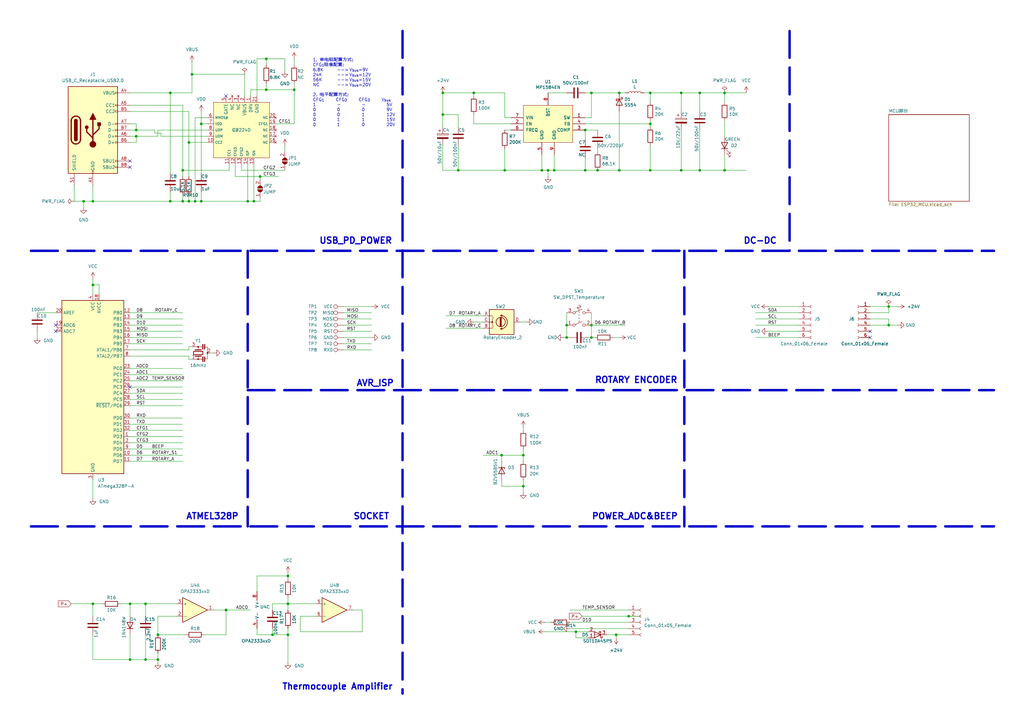
<source format=kicad_sch>
(kicad_sch (version 20211123) (generator eeschema)
  (paper "A3")
  (title_block (title "SoleringStation") (date "2022-07-11") (company "TurboStudio") (comment 1 "https://turbostudio.xyz") (comment 2 "made by cubeline"))
  (junction (at 242.57 138.43))
  (junction (at 287.02 38.1))
  (junction (at 181.61 38.1))
  (junction (at 222.25 69.85))
  (junction (at 38.1 82.55))
  (junction (at 254 38.1))
  (junction (at 53.34 247.65))
  (junction (at 297.18 38.1))
  (junction (at 34.29 82.55))
  (junction (at 240.03 69.85))
  (junction (at 364.49 125.73))
  (junction (at 64.77 260.35))
  (junction (at 53.34 270.51))
  (junction (at 109.22 24.13))
  (junction (at 74.93 69.85))
  (junction (at 118.11 236.22))
  (junction (at 55.88 53.34))
  (junction (at 77.47 58.42))
  (junction (at 80.01 82.55))
  (junction (at 279.4 38.1))
  (junction (at 227.33 69.85))
  (junction (at 194.31 38.1))
  (junction (at 266.7 38.1))
  (junction (at 224.79 69.85))
  (junction (at 242.57 133.35))
  (junction (at 69.85 82.55))
  (junction (at 214.63 199.39))
  (junction (at 364.49 133.35))
  (junction (at 297.18 69.85))
  (junction (at 77.47 82.55))
  (junction (at 257.81 252.73))
  (junction (at 181.61 46.99))
  (junction (at 82.55 50.8))
  (junction (at 232.41 133.35))
  (junction (at 214.63 186.69))
  (junction (at 118.11 260.35))
  (junction (at 74.93 82.55))
  (junction (at 109.22 36.83))
  (junction (at 55.88 55.88))
  (junction (at 232.41 138.43))
  (junction (at 242.57 38.1))
  (junction (at 106.68 72.39))
  (junction (at 111.76 260.35))
  (junction (at 59.69 247.65))
  (junction (at 287.02 69.85))
  (junction (at 118.11 247.65))
  (junction (at 69.85 38.1))
  (junction (at 38.1 116.84))
  (junction (at 92.71 250.19))
  (junction (at 240.03 53.34))
  (junction (at 78.74 30.48))
  (junction (at 120.65 36.83))
  (junction (at 64.77 270.51))
  (junction (at 279.4 69.85))
  (junction (at 38.1 247.65))
  (junction (at 104.14 82.55))
  (junction (at 205.74 186.69))
  (junction (at 187.96 69.85))
  (junction (at 82.55 82.55))
  (junction (at 252.73 260.35))
  (junction (at 266.7 69.85))
  (junction (at 59.69 270.51))
  (junction (at 101.6 82.55))
  (junction (at 236.22 259.08))
  (junction (at 245.11 69.85))
  (junction (at 266.7 50.8))
  (junction (at 207.01 69.85))
  (junction (at 254 69.85))
  (no_connect (at 53.34 158.75))
  (no_connect (at 356.87 135.89))
  (no_connect (at 356.87 138.43))
  (no_connect (at 53.34 66.04))
  (no_connect (at 53.34 68.58))
  (no_connect (at 22.86 133.35))
  (no_connect (at 22.86 135.89))
  (no_connect (at 92.71 39.37))
  (wire (pts (xy 364.49 125.73) (xy 368.3 125.73)))
  (wire (pts (xy 297.18 38.1) (xy 306.07 38.1)))
  (wire (pts (xy 116.84 24.13) (xy 116.84 29.21)))
  (wire (pts (xy 181.61 38.1) (xy 194.31 38.1)))
  (wire (pts (xy 240.03 48.26) (xy 242.57 48.26)))
  (wire (pts (xy 123.19 252.73) (xy 129.54 252.73)))
  (wire (pts (xy 240.03 53.34) (xy 240.03 57.15)))
  (wire (pts (xy 86.36 144.78) (xy 87.63 144.78)))
  (wire (pts (xy 194.31 50.8) (xy 209.55 50.8)))
  (wire (pts (xy 53.34 153.67) (xy 74.93 153.67)))
  (wire (pts (xy 364.49 133.35) (xy 368.3 133.35)))
  (wire (pts (xy 109.22 36.83) (xy 120.65 36.83)))
  (wire (pts (xy 99.06 69.85) (xy 116.84 69.85)))
  (wire (pts (xy 53.34 163.83) (xy 74.93 163.83)))
  (wire (pts (xy 55.88 55.88) (xy 64.77 55.88)))
  (wire (pts (xy 242.57 38.1) (xy 254 38.1)))
  (wire (pts (xy 245.11 60.96) (xy 245.11 62.23)))
  (wire (pts (xy 109.22 24.13) (xy 116.84 24.13)))
  (wire (pts (xy 233.68 138.43) (xy 232.41 138.43)))
  (wire (pts (xy 53.34 135.89) (xy 74.93 135.89)))
  (wire (pts (xy 53.34 58.42) (xy 55.88 58.42)))
  (wire (pts (xy 111.76 257.81) (xy 111.76 260.35)))
  (wire (pts (xy 223.52 259.08) (xy 236.22 259.08)))
  (wire (pts (xy 205.74 186.69) (xy 214.63 186.69)))
  (wire (pts (xy 227.33 63.5) (xy 227.33 69.85)))
  (wire (pts (xy 181.61 59.69) (xy 181.61 69.85)))
  (wire (pts (xy 63.5 54.61) (xy 66.04 54.61)))
  (wire (pts (xy 77.47 80.01) (xy 77.47 82.55)))
  (wire (pts (xy 252.73 260.35) (xy 257.81 260.35)))
  (wire (pts (xy 53.34 166.37) (xy 74.93 166.37)))
  (wire (pts (xy 38.1 196.85) (xy 38.1 204.47)))
  (polyline (pts (xy 323.85 12.7) (xy 323.85 102.87)) (stroke (width 1)))
  (wire (pts (xy 181.61 69.85) (xy 187.96 69.85)))
  (wire (pts (xy 194.31 38.1) (xy 207.01 38.1)))
  (wire (pts (xy 59.69 270.51) (xy 64.77 270.51)))
  (wire (pts (xy 55.88 55.88) (xy 55.88 58.42)))
  (wire (pts (xy 85.09 50.8) (xy 82.55 50.8)))
  (wire (pts (xy 29.21 247.65) (xy 38.1 247.65)))
  (wire (pts (xy 224.79 38.1) (xy 232.41 38.1)))
  (wire (pts (xy 92.71 250.19) (xy 102.87 250.19)))
  (wire (pts (xy 82.55 45.72) (xy 82.55 50.8)))
  (wire (pts (xy 213.36 132.08) (xy 215.9 132.08)))
  (wire (pts (xy 364.49 128.27) (xy 364.49 125.73)))
  (wire (pts (xy 53.34 184.15) (xy 74.93 184.15)))
  (wire (pts (xy 109.22 24.13) (xy 109.22 26.67)))
  (wire (pts (xy 187.96 59.69) (xy 187.96 69.85)))
  (wire (pts (xy 53.34 270.51) (xy 59.69 270.51)))
  (wire (pts (xy 104.14 67.31) (xy 104.14 82.55)))
  (wire (pts (xy 53.34 146.05) (xy 77.47 146.05)))
  (wire (pts (xy 105.41 257.81) (xy 105.41 260.35)))
  (wire (pts (xy 118.11 247.65) (xy 129.54 247.65)))
  (wire (pts (xy 297.18 41.91) (xy 297.18 38.1)))
  (polyline (pts (xy 280.67 102.87) (xy 280.67 215.9)) (stroke (width 1)))
  (wire (pts (xy 38.1 270.51) (xy 53.34 270.51)))
  (wire (pts (xy 207.01 38.1) (xy 207.01 48.26)))
  (wire (pts (xy 53.34 189.23) (xy 74.93 189.23)))
  (wire (pts (xy 207.01 69.85) (xy 222.25 69.85)))
  (wire (pts (xy 266.7 50.8) (xy 266.7 49.53)))
  (wire (pts (xy 111.76 247.65) (xy 118.11 247.65)))
  (polyline (pts (xy 101.6 102.87) (xy 101.6 215.9)) (stroke (width 1)))
  (wire (pts (xy 93.98 69.85) (xy 93.98 67.31)))
  (wire (pts (xy 356.87 125.73) (xy 364.49 125.73)))
  (wire (pts (xy 105.41 260.35) (xy 111.76 260.35)))
  (wire (pts (xy 266.7 59.69) (xy 266.7 69.85)))
  (wire (pts (xy 53.34 173.99) (xy 74.93 173.99)))
  (wire (pts (xy 233.68 257.81) (xy 257.81 257.81)))
  (wire (pts (xy 100.33 30.48) (xy 100.33 39.37)))
  (wire (pts (xy 102.87 36.83) (xy 109.22 36.83)))
  (wire (pts (xy 140.97 138.43) (xy 152.4 138.43)))
  (wire (pts (xy 15.24 135.89) (xy 15.24 138.43)))
  (wire (pts (xy 242.57 138.43) (xy 241.3 138.43)))
  (wire (pts (xy 266.7 38.1) (xy 266.7 41.91)))
  (wire (pts (xy 77.47 142.24) (xy 78.74 142.24)))
  (wire (pts (xy 82.55 50.8) (xy 82.55 71.12)))
  (wire (pts (xy 63.5 53.34) (xy 63.5 54.61)))
  (wire (pts (xy 53.34 161.29) (xy 74.93 161.29)))
  (wire (pts (xy 243.84 138.43) (xy 242.57 138.43)))
  (wire (pts (xy 187.96 69.85) (xy 207.01 69.85)))
  (wire (pts (xy 238.76 252.73) (xy 257.81 252.73)))
  (wire (pts (xy 214.63 175.26) (xy 214.63 176.53)))
  (wire (pts (xy 222.25 69.85) (xy 224.79 69.85)))
  (wire (pts (xy 66.04 55.88) (xy 85.09 55.88)))
  (wire (pts (xy 53.34 158.75) (xy 74.93 158.75)))
  (wire (pts (xy 49.53 247.65) (xy 53.34 247.65)))
  (wire (pts (xy 214.63 184.15) (xy 214.63 186.69)))
  (wire (pts (xy 264.16 38.1) (xy 266.7 38.1)))
  (wire (pts (xy 40.64 120.65) (xy 40.64 116.84)))
  (wire (pts (xy 309.88 138.43) (xy 327.66 138.43)))
  (wire (pts (xy 116.84 59.69) (xy 116.84 62.23)))
  (wire (pts (xy 53.34 140.97) (xy 74.93 140.97)))
  (wire (pts (xy 232.41 128.27) (xy 232.41 133.35)))
  (wire (pts (xy 53.34 247.65) (xy 53.34 252.73)))
  (wire (pts (xy 55.88 55.88) (xy 53.34 55.88)))
  (wire (pts (xy 102.87 39.37) (xy 102.87 36.83)))
  (wire (pts (xy 187.96 52.07) (xy 187.96 46.99)))
  (wire (pts (xy 309.88 130.81) (xy 327.66 130.81)))
  (wire (pts (xy 309.88 133.35) (xy 327.66 133.35)))
  (wire (pts (xy 140.97 133.35) (xy 152.4 133.35)))
  (wire (pts (xy 53.34 186.69) (xy 74.93 186.69)))
  (wire (pts (xy 241.3 261.62) (xy 236.22 261.62)))
  (wire (pts (xy 53.34 130.81) (xy 74.93 130.81)))
  (wire (pts (xy 53.34 181.61) (xy 74.93 181.61)))
  (wire (pts (xy 85.09 48.26) (xy 80.01 48.26)))
  (wire (pts (xy 77.47 82.55) (xy 74.93 82.55)))
  (wire (pts (xy 144.78 250.19) (xy 148.59 250.19)))
  (wire (pts (xy 140.97 125.73) (xy 152.4 125.73)))
  (wire (pts (xy 53.34 156.21) (xy 74.93 156.21)))
  (wire (pts (xy 279.4 38.1) (xy 287.02 38.1)))
  (wire (pts (xy 123.19 259.08) (xy 123.19 252.73)))
  (wire (pts (xy 53.34 138.43) (xy 74.93 138.43)))
  (wire (pts (xy 120.65 50.8) (xy 113.03 50.8)))
  (wire (pts (xy 279.4 53.34) (xy 279.4 69.85)))
  (wire (pts (xy 53.34 128.27) (xy 74.93 128.27)))
  (wire (pts (xy 224.79 72.39) (xy 224.79 69.85)))
  (wire (pts (xy 182.88 129.54) (xy 198.12 129.54)))
  (wire (pts (xy 214.63 186.69) (xy 214.63 189.23)))
  (wire (pts (xy 76.2 260.35) (xy 64.77 260.35)))
  (wire (pts (xy 205.74 196.85) (xy 205.74 199.39)))
  (wire (pts (xy 74.93 82.55) (xy 69.85 82.55)))
  (wire (pts (xy 224.79 69.85) (xy 227.33 69.85)))
  (wire (pts (xy 77.47 143.51) (xy 77.47 142.24)))
  (wire (pts (xy 297.18 63.5) (xy 297.18 69.85)))
  (wire (pts (xy 245.11 69.85) (xy 254 69.85)))
  (wire (pts (xy 74.93 69.85) (xy 74.93 72.39)))
  (wire (pts (xy 99.06 67.31) (xy 99.06 69.85)))
  (wire (pts (xy 64.77 260.35) (xy 64.77 252.73)))
  (wire (pts (xy 15.24 128.27) (xy 22.86 128.27)))
  (wire (pts (xy 106.68 72.39) (xy 114.3 72.39)))
  (wire (pts (xy 64.77 270.51) (xy 64.77 271.78)))
  (wire (pts (xy 77.47 58.42) (xy 77.47 72.39)))
  (wire (pts (xy 30.48 82.55) (xy 34.29 82.55)))
  (wire (pts (xy 80.01 48.26) (xy 80.01 82.55)))
  (wire (pts (xy 287.02 53.34) (xy 287.02 69.85)))
  (wire (pts (xy 194.31 46.99) (xy 194.31 50.8)))
  (wire (pts (xy 53.34 143.51) (xy 77.47 143.51)))
  (wire (pts (xy 181.61 38.1) (xy 181.61 46.99)))
  (wire (pts (xy 279.4 69.85) (xy 287.02 69.85)))
  (wire (pts (xy 53.34 260.35) (xy 53.34 270.51)))
  (wire (pts (xy 38.1 82.55) (xy 38.1 76.2)))
  (wire (pts (xy 38.1 116.84) (xy 38.1 120.65)))
  (wire (pts (xy 232.41 133.35) (xy 232.41 138.43)))
  (wire (pts (xy 248.92 260.35) (xy 252.73 260.35)))
  (wire (pts (xy 34.29 82.55) (xy 38.1 82.55)))
  (wire (pts (xy 214.63 199.39) (xy 214.63 201.93)))
  (wire (pts (xy 101.6 82.55) (xy 104.14 82.55)))
  (wire (pts (xy 106.68 81.28) (xy 106.68 82.55)))
  (polyline (pts (xy 12.7 102.87) (xy 407.67 102.87)) (stroke (width 1)))
  (wire (pts (xy 181.61 52.07) (xy 181.61 46.99)))
  (wire (pts (xy 55.88 50.8) (xy 55.88 53.34)))
  (wire (pts (xy 356.87 133.35) (xy 364.49 133.35)))
  (wire (pts (xy 254 138.43) (xy 251.46 138.43)))
  (wire (pts (xy 356.87 128.27) (xy 364.49 128.27)))
  (wire (pts (xy 69.85 78.74) (xy 69.85 82.55)))
  (wire (pts (xy 78.74 25.4) (xy 78.74 30.48)))
  (wire (pts (xy 82.55 82.55) (xy 80.01 82.55)))
  (wire (pts (xy 53.34 53.34) (xy 55.88 53.34)))
  (wire (pts (xy 194.31 39.37) (xy 194.31 38.1)))
  (wire (pts (xy 38.1 114.3) (xy 38.1 116.84)))
  (wire (pts (xy 222.25 63.5) (xy 222.25 69.85)))
  (wire (pts (xy 53.34 43.18) (xy 74.93 43.18)))
  (wire (pts (xy 80.01 82.55) (xy 77.47 82.55)))
  (wire (pts (xy 242.57 133.35) (xy 256.54 133.35)))
  (wire (pts (xy 74.93 69.85) (xy 93.98 69.85)))
  (wire (pts (xy 152.4 140.97) (xy 140.97 140.97)))
  (wire (pts (xy 120.65 34.29) (xy 120.65 36.83)))
  (wire (pts (xy 111.76 250.19) (xy 111.76 247.65)))
  (wire (pts (xy 59.69 247.65) (xy 59.69 252.73)))
  (wire (pts (xy 254 38.1) (xy 256.54 38.1)))
  (wire (pts (xy 236.22 261.62) (xy 236.22 259.08)))
  (wire (pts (xy 207.01 48.26) (xy 209.55 48.26)))
  (wire (pts (xy 309.88 128.27) (xy 327.66 128.27)))
  (wire (pts (xy 78.74 38.1) (xy 78.74 30.48)))
  (polyline (pts (xy 165.1 12.7) (xy 165.1 284.48)) (stroke (width 1)))
  (wire (pts (xy 77.47 146.05) (xy 77.47 147.32)))
  (wire (pts (xy 87.63 250.19) (xy 92.71 250.19)))
  (wire (pts (xy 38.1 260.35) (xy 38.1 270.51)))
  (wire (pts (xy 111.76 260.35) (xy 118.11 260.35)))
  (wire (pts (xy 53.34 133.35) (xy 74.93 133.35)))
  (wire (pts (xy 69.85 82.55) (xy 38.1 82.55)))
  (wire (pts (xy 64.77 55.88) (xy 64.77 53.34)))
  (wire (pts (xy 53.34 151.13) (xy 74.93 151.13)))
  (wire (pts (xy 30.48 76.2) (xy 30.48 82.55)))
  (wire (pts (xy 78.74 30.48) (xy 100.33 30.48)))
  (wire (pts (xy 64.77 267.97) (xy 64.77 270.51)))
  (wire (pts (xy 74.93 80.01) (xy 74.93 82.55)))
  (wire (pts (xy 53.34 179.07) (xy 74.93 179.07)))
  (wire (pts (xy 118.11 260.35) (xy 118.11 257.81)))
  (wire (pts (xy 53.34 171.45) (xy 74.93 171.45)))
  (wire (pts (xy 207.01 60.96) (xy 207.01 69.85)))
  (wire (pts (xy 254 69.85) (xy 266.7 69.85)))
  (wire (pts (xy 364.49 130.81) (xy 364.49 133.35)))
  (wire (pts (xy 287.02 38.1) (xy 287.02 45.72)))
  (wire (pts (xy 92.71 260.35) (xy 92.71 250.19)))
  (wire (pts (xy 214.63 199.39) (xy 214.63 196.85)))
  (wire (pts (xy 64.77 53.34) (xy 85.09 53.34)))
  (wire (pts (xy 240.03 64.77) (xy 240.03 69.85)))
  (wire (pts (xy 314.96 125.73) (xy 327.66 125.73)))
  (wire (pts (xy 254 45.72) (xy 254 69.85)))
  (wire (pts (xy 182.88 134.62) (xy 198.12 134.62)))
  (polyline (pts (xy 101.6 160.02) (xy 407.67 160.02)) (stroke (width 1)))
  (wire (pts (xy 120.65 24.13) (xy 120.65 26.67)))
  (wire (pts (xy 242.57 48.26) (xy 242.57 38.1)))
  (wire (pts (xy 223.52 255.27) (xy 226.06 255.27)))
  (wire (pts (xy 207.01 53.34) (xy 209.55 53.34)))
  (wire (pts (xy 240.03 50.8) (xy 266.7 50.8)))
  (polyline (pts (xy 12.7 215.9) (xy 407.67 215.9)) (stroke (width 1)))
  (wire (pts (xy 53.34 38.1) (xy 69.85 38.1)))
  (wire (pts (xy 118.11 236.22) (xy 118.11 237.49)))
  (wire (pts (xy 240.03 38.1) (xy 242.57 38.1)))
  (wire (pts (xy 59.69 247.65) (xy 72.39 247.65)))
  (wire (pts (xy 240.03 53.34) (xy 245.11 53.34)))
  (wire (pts (xy 38.1 247.65) (xy 41.91 247.65)))
  (wire (pts (xy 38.1 247.65) (xy 38.1 252.73)))
  (wire (pts (xy 118.11 245.11) (xy 118.11 247.65)))
  (wire (pts (xy 181.61 46.99) (xy 187.96 46.99)))
  (wire (pts (xy 105.41 24.13) (xy 109.22 24.13)))
  (wire (pts (xy 242.57 128.27) (xy 242.57 133.35)))
  (wire (pts (xy 148.59 259.08) (xy 123.19 259.08)))
  (wire (pts (xy 82.55 78.74) (xy 82.55 82.55)))
  (wire (pts (xy 109.22 34.29) (xy 109.22 36.83)))
  (wire (pts (xy 205.74 189.23) (xy 205.74 186.69)))
  (wire (pts (xy 233.68 255.27) (xy 257.81 255.27)))
  (wire (pts (xy 140.97 128.27) (xy 152.4 128.27)))
  (wire (pts (xy 105.41 39.37) (xy 105.41 24.13)))
  (wire (pts (xy 287.02 38.1) (xy 297.18 38.1)))
  (wire (pts (xy 53.34 247.65) (xy 59.69 247.65)))
  (wire (pts (xy 252.73 261.62) (xy 252.73 260.35)))
  (wire (pts (xy 297.18 69.85) (xy 306.07 69.85)))
  (wire (pts (xy 101.6 67.31) (xy 101.6 82.55)))
  (wire (pts (xy 34.29 82.55) (xy 34.29 85.09)))
  (wire (pts (xy 227.33 69.85) (xy 240.03 69.85)))
  (wire (pts (xy 55.88 53.34) (xy 63.5 53.34)))
  (wire (pts (xy 53.34 176.53) (xy 74.93 176.53)))
  (wire (pts (xy 106.68 82.55) (xy 104.14 82.55)))
  (wire (pts (xy 105.41 242.57) (xy 105.41 236.22)))
  (wire (pts (xy 240.03 69.85) (xy 245.11 69.85)))
  (wire (pts (xy 266.7 38.1) (xy 279.4 38.1)))
  (wire (pts (xy 77.47 147.32) (xy 78.74 147.32)))
  (wire (pts (xy 297.18 49.53) (xy 297.18 55.88)))
  (wire (pts (xy 105.41 236.22) (xy 118.11 236.22)))
  (wire (pts (xy 140.97 130.81) (xy 152.4 130.81)))
  (wire (pts (xy 140.97 135.89) (xy 152.4 135.89)))
  (wire (pts (xy 96.52 67.31) (xy 96.52 72.39)))
  (wire (pts (xy 83.82 260.35) (xy 92.71 260.35)))
  (wire (pts (xy 59.69 260.35) (xy 59.69 270.51)))
  (wire (pts (xy 118.11 247.65) (xy 118.11 250.19)))
  (wire (pts (xy 279.4 38.1) (xy 279.4 45.72)))
  (wire (pts (xy 53.34 45.72) (xy 77.47 45.72)))
  (wire (pts (xy 66.04 54.61) (xy 66.04 55.88)))
  (wire (pts (xy 232.41 138.43) (xy 231.14 138.43)))
  (wire (pts (xy 242.57 133.35) (xy 242.57 138.43)))
  (wire (pts (xy 69.85 38.1) (xy 69.85 71.12)))
  (wire (pts (xy 96.52 72.39) (xy 106.68 72.39)))
  (wire (pts (xy 77.47 58.42) (xy 85.09 58.42)))
  (wire (pts (xy 106.68 72.39) (xy 106.68 73.66)))
  (wire (pts (xy 152.4 143.51) (xy 140.97 143.51)))
  (wire (pts (xy 194.31 132.08) (xy 198.12 132.08)))
  (wire (pts (xy 205.74 199.39) (xy 214.63 199.39)))
  (wire (pts (xy 236.22 259.08) (xy 241.3 259.08)))
  (wire (pts (xy 64.77 252.73) (xy 72.39 252.73)))
  (wire (pts (xy 74.93 43.18) (xy 74.93 69.85)))
  (wire (pts (xy 120.65 36.83) (xy 120.65 50.8)))
  (wire (pts (xy 233.68 250.19) (xy 257.81 250.19)))
  (wire (pts (xy 148.59 250.19) (xy 148.59 259.08)))
  (wire (pts (xy 287.02 69.85) (xy 297.18 69.85)))
  (wire (pts (xy 266.7 69.85) (xy 279.4 69.85)))
  (wire (pts (xy 356.87 130.81) (xy 364.49 130.81)))
  (wire (pts (xy 266.7 52.07) (xy 266.7 50.8)))
  (wire (pts (xy 101.6 82.55) (xy 82.55 82.55)))
  (wire (pts (xy 40.64 116.84) (xy 38.1 116.84)))
  (wire (pts (xy 69.85 38.1) (xy 78.74 38.1)))
  (wire (pts (xy 118.11 234.95) (xy 118.11 236.22)))
  (wire (pts (xy 257.81 252.73) (xy 262.89 252.73)))
  (wire (pts (xy 77.47 45.72) (xy 77.47 58.42)))
  (wire (pts (xy 118.11 271.78) (xy 118.11 260.35)))
  (wire (pts (xy 198.12 186.69) (xy 205.74 186.69)))
  (wire (pts (xy 314.96 135.89) (xy 327.66 135.89)))
  (wire (pts (xy 53.34 50.8) (xy 55.88 50.8)))
  (text "1. 单电阻配置方式:\nCFG_{1}阻值配置:\n6.8K	-->	V_{bus}=9V\n24K		-->	V_{bus}=12V\n56K		-->	V_{bus}=15V\nNC		-->	V_{bus}=20V\n\n2. 电平配置方式:\nCFG_{1}	CFG_{2}	CFG_{3}	V_{bus}\n1		-		-		5V\n0		0		0		9V\n0		0		1		12V\n0		1		1		15V\n0		1		0		20V\n" (at 128.27 52.07 0) (effects (font (size 1.27 1.27)) (justify left bottom)))
  (text "USB_PD_POWER" (at 130.81 100.33 0) (effects (font (size 2.54 2.54) (thickness 0.508) bold) (justify left bottom)))
  (text "POWER_ADC&BEEP" (at 242.57 213.36 0) (effects (font (size 2.54 2.54) (thickness 0.508) bold) (justify left bottom)))
  (text "AVR_ISP" (at 146.05 158.75 0) (effects (font (size 2.54 2.54) (thickness 0.508) bold) (justify left bottom)))
  (text "ATMEL328P" (at 76.2 213.36 0) (effects (font (size 2.54 2.54) (thickness 0.508) bold) (justify left bottom)))
  (text "Thermocouple Amplifier" (at 115.57 283.21 0) (effects (font (size 2.54 2.54) (thickness 0.508) bold) (justify left bottom)))
  (text "ROTARY ENCODER" (at 243.84 157.48 0) (effects (font (size 2.54 2.54) (thickness 0.508) bold) (justify left bottom)))
  (text "DC-DC" (at 304.8 100.33 0) (effects (font (size 2.54 2.54) (thickness 0.508) bold) (justify left bottom)))
  (text "SOCKET" (at 144.78 213.36 0) (effects (font (size 2.54 2.54) (thickness 0.508) bold) (justify left bottom)))
  (label "ADC1" (at 199.39 186.69 0))
  (label "SCK" (at 55.88 140.97 0))
  (label "D6" (at 243.84 133.35 0))
  (label "D7" (at 184.15 129.54 0))
  (label "D6" (at 55.88 186.69 0))
  (label "ADC2" (at 55.88 156.21 0))
  (label "CFG2" (at 107.95 69.85 0))
  (label "TEMP_SENSOR" (at 62.23 156.21 0))
  (label "RST" (at 55.88 166.37 0))
  (label "TXD" (at 55.88 173.99 0))
  (label "RST" (at 142.24 135.89 0))
  (label "CFG3" (at 107.95 72.39 0))
  (label "MOSI" (at 55.88 135.89 0))
  (label "CFG1" (at 55.88 176.53 0))
  (label "ADC1" (at 55.88 153.67 0))
  (label "CFG3" (at 55.88 181.61 0))
  (label "TXD" (at 142.24 140.97 0))
  (label "SDA" (at 55.88 161.29 0))
  (label "D8" (at 55.88 128.27 0))
  (label "CFG2" (at 55.88 179.07 0))
  (label "RXD" (at 55.88 171.45 0))
  (label "D10" (at 55.88 133.35 0))
  (label "RST" (at 314.96 133.35 0))
  (label "ADC0" (at 96.729 250.19 0))
  (label "ROTARY_C" (at 63.5 128.27 0))
  (label "CFG1" (at 114.3 50.8 0))
  (label "BEEP" (at 314.96 138.43 0))
  (label "ROTARY_B" (at 256.54 133.35 180))
  (label "SCL" (at 55.88 163.83 0))
  (label "ROTARY_S1" (at 62.23 186.69 0))
  (label "MISO" (at 55.88 138.43 0))
  (label "ROTARY_A" (at 187.96 129.54 0))
  (label "SDA" (at 314.96 128.27 0))
  (label "MOSI" (at 142.24 130.81 0))
  (label "RXD" (at 142.24 143.51 0))
  (label "SCL" (at 314.96 130.81 0))
  (label "ROTARY_C" (at 187.96 134.62 0))
  (label "BEEP" (at 62.23 184.15 0))
  (label "D10" (at 238.76 255.27 0))
  (label "ROTARY_A" (at 62.23 189.23 0))
  (label "SCK" (at 142.24 133.35 0))
  (label "D9" (at 55.88 130.81 0))
  (label "D7" (at 55.88 189.23 0))
  (label "D8" (at 184.15 134.62 0))
  (label "ADC0" (at 55.88 151.13 0))
  (label "TEMP_SENSOR" (at 238.76 250.19 0))
  (label "MISO" (at 142.24 128.27 0))
  (label "D5" (at 55.88 184.15 0))
  (global_label "P+" (shape input) (at 238.76 252.73 180) (property "Intersheet References" "${INTERSHEET_REFS}" (effects hide)))
  (global_label "P+" (shape input) (at 29.21 247.65 180) (property "Intersheet References" "${INTERSHEET_REFS}" (effects hide)))
  (symbol (lib_id "Device:R") (at 118.11 241.3 180) (unit 1)
    (property "Reference" "R15" (at 115.57 241.3 90))
    (property "Value" "10K" (at 120.65 241.3 90))
    (property "Footprint" "Resistor_SMD:R_0402_1005Metric" (effects hide))
  )
  (symbol (lib_id "Device:R") (at 118.11 254 180) (unit 1)
    (property "Reference" "R17" (at 115.57 254 90))
    (property "Value" "10K" (at 120.65 254 90))
    (property "Footprint" "Resistor_SMD:R_0402_1005Metric" (effects hide))
  )
  (symbol (lib_id "Amplifier_Operational:OPA2333xxD") (at 137.16 250.19 0) (unit 2)
    (property "Reference" "U4" (at 137.16 240.03 0))
    (property "Value" "OPA2333xxD" (at 137.16 242.57 0))
    (property "Footprint" "Package_SO:SOIC-8_3.9x4.9mm_P1.27mm" (effects hide))
    (property "Datasheet" "http://www.ti.com/lit/ds/symlink/opa333.pdf" (effects hide))
  )
  (symbol (lib_id "power:GND") (at 233.68 257.81 270) (unit 1)
    (property "Reference" "#PWR025" (effects hide))
    (property "Value" "GND" (at 231.14 257.81 90) (effects (justify right)))
  )
  (symbol (lib_id "power:PWR_FLAG") (at 100.33 30.48 0) (unit 1)
    (property "Reference" "#FLG01" (effects hide))
    (property "Value" "PWR_FLAG" (at 100.33 25.4 0))
  )
  (symbol (lib_id "Device:R") (at 297.18 45.72 0) (unit 1)
    (property "Reference" "R5" (at 298.958 44.5516 0) (effects (justify left)))
    (property "Value" "10K" (at 298.958 46.863 0) (effects (justify left)))
    (property "Footprint" "Resistor_SMD:R_0402_1005Metric" (effects hide))
  )
  (symbol (lib_id "Device:C") (at 59.69 256.54 0) (unit 1)
    (property "Reference" "C15" (at 59.69 254 0) (effects (justify left)))
    (property "Value" "2.2nF" (at 60.96 262.89 90) (effects (justify left)))
    (property "Footprint" "Capacitor_SMD:C_0603_1608Metric" (effects hide))
  )
  (symbol (lib_id "Diode:BZV55B5V1") (at 205.74 193.04 270) (unit 1)
    (property "Reference" "D3" (at 208.28 191.7699 90) (effects (justify left)))
    (property "Value" "BZV55B5V1" (at 203.2 187.96 0) (effects (justify left)))
    (property "Footprint" "Diode_SMD:D_MiniMELF" (effects hide))
    (property "Datasheet" "https://assets.nexperia.com/documents/data-sheet/BZV55_SER.pdf" (effects hide))
  )
  (symbol (lib_id "Device:R") (at 80.01 260.35 90) (unit 1)
    (property "Reference" "R18" (at 80.01 257.81 90))
    (property "Value" "200k" (at 80.01 262.89 90))
    (property "Footprint" "Resistor_SMD:R_0402_1005Metric" (effects hide))
  )
  (symbol (lib_id "Connector:TestPoint") (at 140.97 130.81 90) (unit 1)
    (property "Reference" "TP3" (at 128.27 130.81 90))
    (property "Value" "MOSI" (at 134.62 130.81 90))
    (property "Footprint" "TestPoint:TestPoint_Pad_1.0x1.0mm" (effects hide))
  )
  (symbol (lib_id "power:GND") (at 314.96 135.89 270) (unit 1)
    (property "Reference" "#PWR032" (effects hide))
    (property "Value" "GND" (at 309.88 135.89 90))
  )
  (symbol (lib_id "power:VBUS") (at 78.74 25.4 0) (unit 1)
    (property "Reference" "#PWR02" (effects hide))
    (property "Value" "VBUS" (at 78.74 20.32 0))
  )
  (symbol (lib_id "power:+24V") (at 252.73 261.62 180) (unit 1)
    (property "Reference" "#PWR0101" (effects hide))
    (property "Value" "+24V" (at 252.73 266.7 0))
  )
  (symbol (lib_id "power:GND") (at 38.1 204.47 0) (unit 1)
    (property "Reference" "#PWR028" (effects hide))
    (property "Value" "GND" (at 40.64 205.7399 0) (effects (justify left)))
  )
  (symbol (lib_id "Device:R") (at 266.7 45.72 0) (unit 1)
    (property "Reference" "R4" (at 268.478 44.5516 0) (effects (justify left)))
    (property "Value" "20K" (at 268.478 46.863 0) (effects (justify left)))
    (property "Footprint" "Resistor_SMD:R_0402_1005Metric" (effects hide))
  )
  (symbol (lib_id "Device:R") (at 77.47 76.2 0) (unit 1)
    (property "Reference" "R10" (at 77.47 80.01 0) (effects (justify left)))
    (property "Value" "5.1K" (at 77.47 78.74 90) (effects (justify left)))
    (property "Footprint" "Resistor_SMD:R_0402_1005Metric" (effects hide))
  )
  (symbol (lib_id "My_Library:CH224D") (at 99.06 53.34 270) (unit 1)
    (property "Reference" "U2" (at 96.52 53.34 90))
    (property "Value" "CH224D" (at 99.06 53.34 90))
    (property "Footprint" "Package_DFN_QFN:QFN-20-1EP_3x3mm_P0.4mm_EP1.65x1.65mm_ThermalVias" (effects hide))
    (property "Datasheet" "https://www.wch.cn/products/CH224.html" (effects hide))
  )
  (symbol (lib_id "Device:R") (at 45.72 247.65 90) (unit 1)
    (property "Reference" "R16" (at 45.72 245.11 90))
    (property "Value" "10K" (at 45.72 250.19 90))
    (property "Footprint" "Resistor_SMD:R_0402_1005Metric" (effects hide))
  )
  (symbol (lib_id "Device:C") (at 287.02 49.53 0) (unit 1)
    (property "Reference" "C3" (at 287.02 46.99 0) (effects (justify left)))
    (property "Value" "50V/100nF" (at 285.75 62.23 90) (effects (justify left)))
    (property "Footprint" "Capacitor_SMD:C_0603_1608Metric" (effects hide))
  )
  (symbol (lib_id "power:VCC") (at 118.11 234.95 0) (unit 1)
    (property "Reference" "#PWR029" (effects hide))
    (property "Value" "VCC" (at 118.11 229.87 0))
  )
  (symbol (lib_id "My_Library:MP1584EN") (at 224.79 50.8 0) (unit 1)
    (property "Reference" "U1" (at 224.79 33.5026 0))
    (property "Value" "MP1584EN" (at 224.79 35.814 0))
    (property "Footprint" "Package_SO:SOIC-8-1EP_3.9x4.9mm_P1.27mm_EP2.29x3mm_ThermalVias" (effects hide))
  )
  (symbol (lib_id "Device:C") (at 236.22 38.1 270) (unit 1)
    (property "Reference" "C1" (at 236.22 31.6992 90))
    (property "Value" "50V/100nF" (at 236.22 34.0106 90))
    (property "Footprint" "Capacitor_SMD:C_0603_1608Metric" (effects hide))
  )
  (symbol (lib_id "My_Library:SDT10A45P5") (at 245.11 260.35 180) (unit 1)
    (property "Reference" "D5" (at 240.03 260.35 0))
    (property "Value" "SDT10A45P5" (at 245.11 262.89 0))
    (property "Footprint" "My_Library:PowerDI5" (effects hide))
    (property "Datasheet" "https://www.diodes.com/assets/Datasheets/SDT10A45P5.pdf" (effects hide))
  )
  (symbol (lib_id "Device:R") (at 245.11 66.04 0) (unit 1)
    (property "Reference" "R8" (at 246.888 64.8716 0) (effects (justify left)))
    (property "Value" "68.1K" (at 246.888 67.183 0) (effects (justify left)))
    (property "Footprint" "Resistor_SMD:R_0402_1005Metric" (effects hide))
  )
  (symbol (lib_id "power:GND") (at 116.84 29.21 0) (unit 1)
    (property "Reference" "#PWR03" (effects hide))
    (property "Value" "GND" (at 116.84 34.29 0))
  )
  (symbol (lib_id "power:PWR_FLAG") (at 30.48 82.55 90) (unit 1)
    (property "Reference" "#FLG03" (effects hide))
    (property "Value" "PWR_FLAG" (at 26.67 82.5499 90) (effects (justify left)))
  )
  (symbol (lib_id "Amplifier_Operational:OPA2333xxD") (at 80.01 250.19 0) (unit 1)
    (property "Reference" "U4" (at 80.01 240.03 0))
    (property "Value" "OPA2333xxD" (at 80.01 242.57 0))
    (property "Footprint" "Package_SO:SOIC-8_3.9x4.9mm_P1.27mm" (effects hide))
    (property "Datasheet" "http://www.ti.com/lit/ds/symlink/opa333.pdf" (effects hide))
  )
  (symbol (lib_id "Device:R") (at 214.63 193.04 0) (unit 1)
    (property "Reference" "R13" (at 217.17 191.7699 0) (effects (justify left)))
    (property "Value" "20K" (at 217.17 194.3099 0) (effects (justify left)))
    (property "Footprint" "Resistor_SMD:R_0402_1005Metric" (effects hide))
  )
  (symbol (lib_id "Device:C") (at 111.76 254 0) (unit 1)
    (property "Reference" "C13" (at 111.76 251.46 0) (effects (justify left)))
    (property "Value" "100nF" (at 113.03 260.35 90) (effects (justify left)))
    (property "Footprint" "Capacitor_SMD:C_0603_1608Metric" (effects hide))
  )
  (symbol (lib_id "Connector:TestPoint") (at 140.97 135.89 90) (unit 1)
    (property "Reference" "TP5" (at 128.27 135.89 90))
    (property "Value" "RST" (at 134.62 135.89 90))
    (property "Footprint" "TestPoint:TestPoint_Pad_1.0x1.0mm" (effects hide))
  )
  (symbol (lib_id "Device:C") (at 240.03 60.96 0) (mirror y) (unit 1)
    (property "Reference" "C7" (at 240.03 58.42 0) (effects (justify left)))
    (property "Value" "NC" (at 240.03 63.5 0) (effects (justify left)))
    (property "Footprint" "Capacitor_SMD:C_0402_1005Metric" (effects hide))
  )
  (symbol (lib_id "power:GND") (at 215.9 132.08 90) (unit 1)
    (property "Reference" "#PWR013" (effects hide))
    (property "Value" "GND" (at 218.44 132.08 90) (effects (justify right)))
  )
  (symbol (lib_id "Device:R") (at 109.22 30.48 0) (unit 1)
    (property "Reference" "R1" (at 110.49 29.21 0) (effects (justify left)))
    (property "Value" "6.8K" (at 110.49 31.75 0) (effects (justify left)))
    (property "Footprint" "Resistor_SMD:R_0402_1005Metric" (effects hide))
  )
  (symbol (lib_id "power:VDD") (at 116.84 59.69 0) (unit 1)
    (property "Reference" "#PWR07" (effects hide))
    (property "Value" "VDD" (at 116.84 54.61 0))
  )
  (symbol (lib_id "power:GND") (at 87.63 144.78 90) (unit 1)
    (property "Reference" "#PWR018" (effects hide))
    (property "Value" "GND" (at 91.44 144.7799 90) (effects (justify right)))
  )
  (symbol (lib_id "Amplifier_Operational:OPA2333xxD") (at 107.95 250.19 0) (unit 3)
    (property "Reference" "U4" (at 106.68 248.9199 0) (effects (justify left)))
    (property "Value" "OPA2333xxD" (at 99.06 262.89 0) (effects (justify left)))
    (property "Footprint" "Package_SO:SOIC-8_3.9x4.9mm_P1.27mm" (effects hide))
    (property "Datasheet" "http://www.ti.com/lit/ds/symlink/opa333.pdf" (effects hide))
  )
  (symbol (lib_id "Device:CP") (at 181.61 55.88 0) (unit 1)
    (property "Reference" "C4" (at 181.61 53.34 0) (effects (justify left)))
    (property "Value" "50V/10uF" (at 180.34 67.31 90) (effects (justify left)))
    (property "Footprint" "Capacitor_Tantalum_SMD:CP_EIA-6032-28_Kemet-C" (effects hide))
  )
  (symbol (lib_id "Jumper:SolderJumper_2_Open") (at 106.68 77.47 90) (unit 1)
    (property "Reference" "JP2" (at 107.95 76.2 90) (effects (justify right)))
    (property "Value" "JUMP" (at 107.95 78.74 90) (effects (justify right)))
    (property "Footprint" "Jumper:SolderJumper-2_P1.3mm_Open_RoundedPad1.0x1.5mm" (effects hide))
  )
  (symbol (lib_id "Device:C") (at 69.85 74.93 0) (unit 1)
    (property "Reference" "C8" (at 69.85 72.39 0) (effects (justify left)))
    (property "Value" "10uF" (at 69.85 77.47 0) (effects (justify left)))
    (property "Footprint" "Capacitor_SMD:C_0805_2012Metric" (effects hide))
  )
  (symbol (lib_id "Connector:Conn_01x06_Female") (at 351.79 130.81 0) (mirror y) (unit 1)
    (property "Reference" "J6" (at 350.52 130.8099 0) (effects (justify left)))
    (property "Value" "Conn_01x06_Female" (at 364.49 140.97 0) (effects (justify left)))
    (property "Footprint" "Connector_PinHeader_2.54mm:PinHeader_1x06_P2.54mm_Vertical" (effects hide))
  )
  (symbol (lib_id "Device:R") (at 74.93 76.2 0) (unit 1)
    (property "Reference" "R9" (at 74.93 80.01 0) (effects (justify left)))
    (property "Value" "5.1K" (at 74.93 78.74 90) (effects (justify left)))
    (property "Footprint" "Resistor_SMD:R_0402_1005Metric" (effects hide))
  )
  (symbol (lib_id "Device:C") (at 38.1 256.54 0) (unit 1)
    (property "Reference" "C14" (at 39.37 254 0) (effects (justify left)))
    (property "Value" "1uF" (at 39.37 261.62 90) (effects (justify left)))
    (property "Footprint" "Capacitor_SMD:C_0603_1608Metric" (effects hide))
  )
  (symbol (lib_id "Connector:TestPoint") (at 140.97 125.73 90) (unit 1)
    (property "Reference" "TP1" (at 128.27 125.73 90))
    (property "Value" "VCC" (at 134.62 125.73 90))
    (property "Footprint" "TestPoint:TestPoint_Pad_1.0x1.0mm" (effects hide))
  )
  (symbol (lib_id "power:VCC") (at 314.96 125.73 90) (unit 1)
    (property "Reference" "#PWR04" (effects hide))
    (property "Value" "VCC" (at 309.88 125.73 90))
  )
  (symbol (lib_id "power:VCC") (at 38.1 114.3 0) (unit 1)
    (property "Reference" "#PWR010" (effects hide))
    (property "Value" "VCC" (at 38.1 109.22 0))
  )
  (symbol (lib_id "power:GND") (at 194.31 132.08 270) (unit 1)
    (property "Reference" "#PWR012" (effects hide))
    (property "Value" "GND" (at 186.69 132.08 90) (effects (justify left)))
  )
  (symbol (lib_id "power:GND") (at 214.63 201.93 0) (unit 1)
    (property "Reference" "#PWR026" (effects hide))
    (property "Value" "GND" (at 217.17 203.1999 0) (effects (justify left)))
  )
  (symbol (lib_id "power:GND") (at 152.4 138.43 90) (unit 1)
    (property "Reference" "#PWR017" (effects hide))
    (property "Value" "GND" (at 156.21 138.4299 90) (effects (justify right)))
  )
  (symbol (lib_id "Device:C") (at 15.24 132.08 0) (unit 1)
    (property "Reference" "C10" (at 15.24 129.54 0) (effects (justify left)))
    (property "Value" "100nF" (at 12.7 127 0) (effects (justify left)))
    (property "Footprint" "Capacitor_SMD:C_0603_1608Metric" (effects hide))
  )
  (symbol (lib_id "power:VCC") (at 152.4 125.73 270) (unit 1)
    (property "Reference" "#PWR011" (effects hide))
    (property "Value" "VCC" (at 156.21 125.7299 90) (effects (justify left)))
  )
  (symbol (lib_id "Device:Resonator_Small") (at 81.28 144.78 90) (unit 1)
    (property "Reference" "Y1" (at 81.28 139.7 90))
    (property "Value" "16mHz" (at 81.28 149.86 90))
    (property "Footprint" "Crystal:Resonator_SMD_Murata_CSTxExxV-3Pin_3.0x1.1mm" (effects hide))
  )
  (symbol (lib_id "Connector:Conn_01x05_Female") (at 262.89 255.27 0) (unit 1)
    (property "Reference" "J4" (at 264.16 253.9999 0) (effects (justify left)))
    (property "Value" "Conn_01x05_Female" (at 264.16 256.5399 0) (effects (justify left)))
    (property "Footprint" "Connector_Phoenix_MC:PhoenixContact_MC_1,5_5-G-3.5_1x05_P3.50mm_Horizontal" (effects hide))
  )
  (symbol (lib_id "power:VCC") (at 223.52 255.27 90) (unit 1)
    (property "Reference" "#PWR024" (effects hide))
    (property "Value" "VCC" (at 218.44 255.27 90))
  )
  (symbol (lib_id "Connector:TestPoint") (at 140.97 143.51 90) (unit 1)
    (property "Reference" "TP8" (at 128.27 143.51 90))
    (property "Value" "RXD" (at 134.62 143.51 90))
    (property "Footprint" "TestPoint:TestPoint_Pad_1.0x1.0mm" (effects hide))
  )
  (symbol (lib_id "power:GND") (at 231.14 138.43 270) (unit 1)
    (property "Reference" "#PWR015" (effects hide))
    (property "Value" "GND" (at 228.6 138.43 90) (effects (justify right)))
  )
  (symbol (lib_id "Device:R") (at 229.87 255.27 90) (unit 1)
    (property "Reference" "R14" (at 236.22 256.54 90) (effects (justify left)))
    (property "Value" "10K" (at 231.14 255.27 90) (effects (justify left)))
    (property "Footprint" "Resistor_SMD:R_0402_1005Metric" (effects hide))
  )
  (symbol (lib_id "power:+24V") (at 368.3 125.73 270) (unit 1)
    (property "Reference" "#PWR019" (effects hide))
    (property "Value" "+24V" (at 374.65 125.73 90))
  )
  (symbol (lib_id "power:GND") (at 118.11 271.78 0) (unit 1)
    (property "Reference" "#PWR031" (effects hide))
    (property "Value" "GND" (at 120.65 273.0499 0) (effects (justify left)))
  )
  (symbol (lib_id "Device:R") (at 120.65 30.48 0) (unit 1)
    (property "Reference" "R2" (at 121.92 29.21 0) (effects (justify left)))
    (property "Value" "NC" (at 121.92 31.75 0) (effects (justify left)))
    (property "Footprint" "Resistor_SMD:R_0402_1005Metric" (effects hide))
  )
  (symbol (lib_id "Connector:Conn_01x06_Female") (at 332.74 130.81 0) (unit 1)
    (property "Reference" "J5" (at 334.01 130.8099 0) (effects (justify left)))
    (property "Value" "Conn_01x06_Female" (at 320.04 140.97 0) (effects (justify left)))
    (property "Footprint" "Connector_PinHeader_2.54mm:PinHeader_1x06_P2.54mm_Vertical" (effects hide))
  )
  (symbol (lib_id "power:GND") (at 15.24 138.43 0) (unit 1)
    (property "Reference" "#PWR014" (effects hide))
    (property "Value" "GND" (at 17.78 139.6999 0) (effects (justify left)))
  )
  (symbol (lib_id "power:VDD") (at 120.65 24.13 0) (unit 1)
    (property "Reference" "#PWR01" (effects hide))
    (property "Value" "VDD" (at 120.65 19.05 0))
  )
  (symbol (lib_id "Switch:SW_DPST_Temperature") (at 237.49 130.81 0) (unit 1)
    (property "Reference" "SW1" (at 237.49 119.38 0))
    (property "Value" "SW_DPST_Temperature" (at 237.49 121.92 0))
    (property "Footprint" "Button_Switch_SMD:SW_SPST_Omron_B3FS-100xP" (effects hide))
  )
  (symbol (lib_id "Connector:TestPoint") (at 140.97 133.35 90) (unit 1)
    (property "Reference" "TP4" (at 128.27 133.35 90))
    (property "Value" "SCK" (at 134.62 133.35 90))
    (property "Footprint" "TestPoint:TestPoint_Pad_1.0x1.0mm" (effects hide))
  )
  (symbol (lib_id "power:VDD") (at 82.55 45.72 0) (unit 1)
    (property "Reference" "#PWR06" (effects hide))
    (property "Value" "VDD" (at 82.55 40.64 0))
  )
  (symbol (lib_id "power:VBUS") (at 214.63 175.26 0) (unit 1)
    (property "Reference" "#PWR021" (effects hide))
    (property "Value" "VBUS" (at 214.63 170.18 0))
  )
  (symbol (lib_id "power:+24V") (at 181.61 38.1 0) (unit 1)
    (property "Reference" "#PWR0102" (effects hide))
    (property "Value" "+24V" (at 181.61 33.02 0))
  )
  (symbol (lib_id "power:VBUS") (at 223.52 259.08 90) (unit 1)
    (property "Reference" "#PWR023" (effects hide))
    (property "Value" "VBUS" (at 219.71 259.08 90) (effects (justify left)))
  )
  (symbol (lib_id "Device:D_Schottky") (at 254 41.91 270) (unit 1)
    (property "Reference" "D1" (at 256.032 40.7416 90) (effects (justify left)))
    (property "Value" "SS54" (at 256.032 43.053 90) (effects (justify left)))
    (property "Footprint" "Diode_SMD:D_SMA" (effects hide))
  )
  (symbol (lib_id "power:GND") (at 224.79 72.39 0) (unit 1)
    (property "Reference" "#PWR08" (effects hide))
    (property "Value" "GND" (at 224.917 76.7842 0))
  )
  (symbol (lib_id "Device:C") (at 237.49 138.43 270) (unit 1)
    (property "Reference" "C11" (at 238.76 139.7 90) (effects (justify left)))
    (property "Value" "100nF" (at 234.95 142.24 90) (effects (justify left)))
    (property "Footprint" "Capacitor_SMD:C_0603_1608Metric" (effects hide))
  )
  (symbol (lib_id "power:PWR_FLAG") (at 364.49 125.73 0) (unit 1)
    (property "Reference" "#FLG04" (effects hide))
    (property "Value" "PWR_FLAG" (at 364.49 120.65 0))
  )
  (symbol (lib_id "power:GND") (at 368.3 133.35 90) (unit 1)
    (property "Reference" "#PWR027" (effects hide))
    (property "Value" "GND" (at 373.38 133.35 90))
  )
  (symbol (lib_id "Connector:TestPoint") (at 140.97 128.27 90) (unit 1)
    (property "Reference" "TP2" (at 128.27 128.27 90))
    (property "Value" "MISO" (at 134.62 128.27 90))
    (property "Footprint" "TestPoint:TestPoint_Pad_1.0x1.0mm" (effects hide))
  )
  (symbol (lib_id "Device:C") (at 82.55 74.93 0) (unit 1)
    (property "Reference" "C9" (at 82.55 72.39 0) (effects (justify left)))
    (property "Value" "1uF" (at 82.55 77.47 0) (effects (justify left)))
    (property "Footprint" "Capacitor_SMD:C_0603_1608Metric" (effects hide))
  )
  (symbol (lib_id "Device:L") (at 260.35 38.1 90) (unit 1)
    (property "Reference" "L1" (at 260.35 33.274 90))
    (property "Value" "L" (at 260.35 35.5854 90))
    (property "Footprint" "Inductor_SMD:L_7.3x7.3_H4.5" (effects hide))
  )
  (symbol (lib_id "Device:C") (at 187.96 55.88 0) (unit 1)
    (property "Reference" "C5" (at 187.96 53.34 0) (effects (justify left)))
    (property "Value" "50V/100nF" (at 186.69 68.58 90) (effects (justify left)))
    (property "Footprint" "Capacitor_SMD:C_0402_1005Metric" (effects hide))
  )
  (symbol (lib_id "Device:R") (at 266.7 55.88 0) (unit 1)
    (property "Reference" "R6" (at 268.478 54.7116 0) (effects (justify left)))
    (property "Value" "20K" (at 268.478 57.023 0) (effects (justify left)))
    (property "Footprint" "Resistor_SMD:R_0402_1005Metric" (effects hide))
  )
  (symbol (lib_id "My_Library:RotaryEncoder_2") (at 205.74 132.08 0) (unit 1)
    (property "Reference" "SW2" (at 203.2 125.73 0) (effects (justify left)))
    (property "Value" "RotaryEncoder_2" (at 198.12 138.43 0) (effects (justify left)))
    (property "Footprint" "My_Library:EC10E" (effects hide))
  )
  (symbol (lib_id "MCU_Microchip_ATmega:ATmega328P-A") (at 38.1 158.75 0) (unit 1)
    (property "Reference" "U3" (at 40.1194 196.85 0) (effects (justify left)))
    (property "Value" "ATmega328P-A" (at 40.1194 199.39 0) (effects (justify left)))
    (property "Footprint" "Package_QFP:TQFP-32_7x7mm_P0.8mm" (effects hide))
    (property "Datasheet" "http://ww1.microchip.com/downloads/en/DeviceDoc/ATmega328_P%20AVR%20MCU%20with%20picoPower%20Technology%20Data%20Sheet%2040001984A.pdf" (effects hide))
  )
  (symbol (lib_id "Device:R") (at 247.65 138.43 270) (unit 1)
    (property "Reference" "R11" (at 245.11 140.97 90) (effects (justify left)))
    (property "Value" "10K" (at 245.11 135.89 90) (effects (justify left)))
    (property "Footprint" "Resistor_SMD:R_0402_1005Metric" (effects hide))
  )
  (symbol (lib_id "power:PWR_FLAG") (at 297.18 38.1 0) (unit 1)
    (property "Reference" "#FLG02" (effects hide))
    (property "Value" "PWR_FLAG" (at 297.18 33.02 0))
  )
  (symbol (lib_id "Device:C") (at 245.11 57.15 0) (unit 1)
    (property "Reference" "C6" (at 248.031 55.9816 0) (effects (justify left)))
    (property "Value" "50V/220pF" (at 245.11 59.69 0) (effects (justify left)))
    (property "Footprint" "Capacitor_SMD:C_0402_1005Metric" (effects hide))
  )
  (symbol (lib_id "Device:LED") (at 297.18 59.69 90) (unit 1)
    (property "Reference" "D2" (at 299.72 59.69 90) (effects (justify right)))
    (property "Value" "GREEN" (at 297.18 57.15 90) (effects (justify right)))
    (property "Footprint" "LED_SMD:LED_0402_1005Metric" (effects hide))
  )
  (symbol (lib_id "Device:CP") (at 279.4 49.53 0) (unit 1)
    (property "Reference" "C2" (at 279.4 46.99 0) (effects (justify left)))
    (property "Value" "10V/22uF" (at 278.13 60.96 90) (effects (justify left)))
    (property "Footprint" "Capacitor_Tantalum_SMD:CP_EIA-3528-21_Kemet-B" (effects hide))
  )
  (symbol (lib_id "Device:R") (at 214.63 180.34 0) (unit 1)
    (property "Reference" "R12" (at 217.17 179.0699 0) (effects (justify left)))
    (property "Value" "100K" (at 217.17 181.6099 0) (effects (justify left)))
    (property "Footprint" "Resistor_SMD:R_0402_1005Metric" (effects hide))
  )
  (symbol (lib_id "Connector:TestPoint") (at 140.97 140.97 90) (unit 1)
    (property "Reference" "TP7" (at 128.27 140.97 90))
    (property "Value" "TXD" (at 134.62 140.97 90))
    (property "Footprint" "TestPoint:TestPoint_Pad_1.0x1.0mm" (effects hide))
  )
  (symbol (lib_id "power:GND") (at 34.29 85.09 0) (unit 1)
    (property "Reference" "#PWR09" (effects hide))
    (property "Value" "GND" (at 34.29 90.17 0))
  )
  (symbol (lib_id "power:VCC") (at 306.07 38.1 0) (unit 1)
    (property "Reference" "#PWR05" (effects hide))
    (property "Value" "VCC" (at 306.07 33.02 0))
  )
  (symbol (lib_id "Diode:1N4148W") (at 53.34 256.54 90) (unit 1)
    (property "Reference" "D4" (at 53.34 254 90) (effects (justify right)))
    (property "Value" "1N4148W" (at 50.8 252.73 0) (effects (justify right)))
    (property "Footprint" "Diode_SMD:D_SOD-123" (effects hide))
    (property "Datasheet" "https://www.vishay.com/docs/85748/1n4148w.pdf" (effects hide))
  )
  (symbol (lib_id "Connector:USB_C_Receptacle_USB2.0") (at 38.1 53.34 0) (unit 1)
    (property "Reference" "J1" (at 38.1 30.48 0))
    (property "Value" "USB_C_Receptacle_USB2.0" (at 38.1 33.02 0))
    (property "Footprint" "Connector_USB:USB_C_Receptacle_Palconn_UTC16-G" (effects hide))
    (property "Datasheet" "https://www.usb.org/sites/default/files/documents/usb_type-c.zip" (effects hide))
  )
  (symbol (lib_id "power:VCC") (at 254 138.43 270) (unit 1)
    (property "Reference" "#PWR016" (effects hide))
    (property "Value" "VCC" (at 259.08 138.43 90))
  )
  (symbol (lib_id "Device:R") (at 207.01 57.15 0) (unit 1)
    (property "Reference" "R7" (at 208.788 55.9816 0) (effects (justify left)))
    (property "Value" "200K" (at 208.788 58.293 0) (effects (justify left)))
    (property "Footprint" "Resistor_SMD:R_0402_1005Metric" (effects hide))
  )
  (symbol (lib_id "power:GND") (at 64.77 271.78 0) (unit 1)
    (property "Reference" "#PWR030" (effects hide))
    (property "Value" "GND" (at 67.31 273.0499 0) (effects (justify left)))
  )
  (symbol (lib_id "Device:R") (at 64.77 264.16 180) (unit 1)
    (property "Reference" "R19" (at 62.23 264.16 90))
    (property "Value" "200K" (at 67.31 264.16 90))
    (property "Footprint" "Resistor_SMD:R_0402_1005Metric" (effects hide))
  )
  (symbol (lib_id "Connector:TestPoint") (at 140.97 138.43 90) (unit 1)
    (property "Reference" "TP6" (at 128.27 138.43 90))
    (property "Value" "GND" (at 134.62 138.43 90))
    (property "Footprint" "TestPoint:TestPoint_Pad_1.0x1.0mm" (effects hide))
  )
  (symbol (lib_id "Jumper:SolderJumper_2_Open") (at 116.84 66.04 90) (unit 1)
    (property "Reference" "JP1" (at 118.11 64.77 90) (effects (justify right)))
    (property "Value" "JUMP" (at 118.11 67.31 90) (effects (justify right)))
    (property "Footprint" "Jumper:SolderJumper-2_P1.3mm_Open_RoundedPad1.0x1.5mm" (effects hide))
  )
  (symbol (lib_id "Device:R") (at 194.31 43.18 0) (unit 1)
    (property "Reference" "R3" (at 196.088 42.0116 0) (effects (justify left)))
    (property "Value" "100K" (at 196.088 44.323 0) (effects (justify left)))
    (property "Footprint" "Resistor_SMD:R_0402_1005Metric" (effects hide))
  )
  (sheet (at 364.49 46.99) (size 33.02 35.56) (stroke (width 0.1524))
    (property "Sheet name" "MCU部分" (at 364.49 46.2784 0) (effects (justify left bottom)))
    (property "Sheet file" "ESP32_MCU.kicad_sch" (at 364.49 83.1346 0) (effects (justify left top)))
  )
)
</source>
